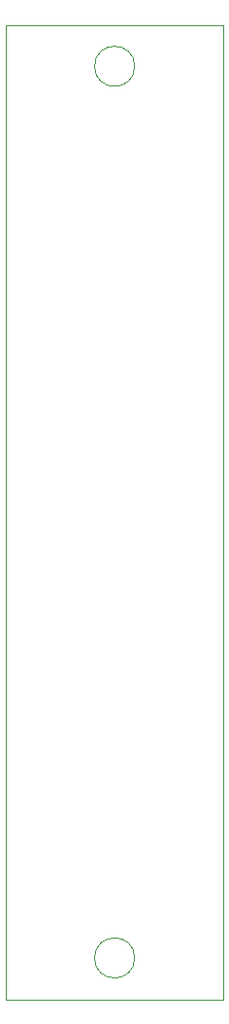
<source format=gbr>
%TF.GenerationSoftware,KiCad,Pcbnew,8.0.2*%
%TF.CreationDate,2024-05-27T22:07:24-04:00*%
%TF.ProjectId,tundraSaber,74756e64-7261-4536-9162-65722e6b6963,rev?*%
%TF.SameCoordinates,Original*%
%TF.FileFunction,Profile,NP*%
%FSLAX46Y46*%
G04 Gerber Fmt 4.6, Leading zero omitted, Abs format (unit mm)*
G04 Created by KiCad (PCBNEW 8.0.2) date 2024-05-27 22:07:24*
%MOMM*%
%LPD*%
G01*
G04 APERTURE LIST*
%TA.AperFunction,Profile*%
%ADD10C,0.050000*%
%TD*%
G04 APERTURE END LIST*
D10*
X1750000Y81387000D02*
G75*
G02*
X-1750000Y81387000I-1750000J0D01*
G01*
X-1750000Y81387000D02*
G75*
G02*
X1750000Y81387000I1750000J0D01*
G01*
X1750000Y3613000D02*
G75*
G02*
X-1750000Y3613000I-1750000J0D01*
G01*
X-1750000Y3613000D02*
G75*
G02*
X1750000Y3613000I1750000J0D01*
G01*
X-9500000Y85000000D02*
X9500000Y85000000D01*
X9500000Y0D01*
X-9500000Y0D01*
X-9500000Y85000000D01*
M02*

</source>
